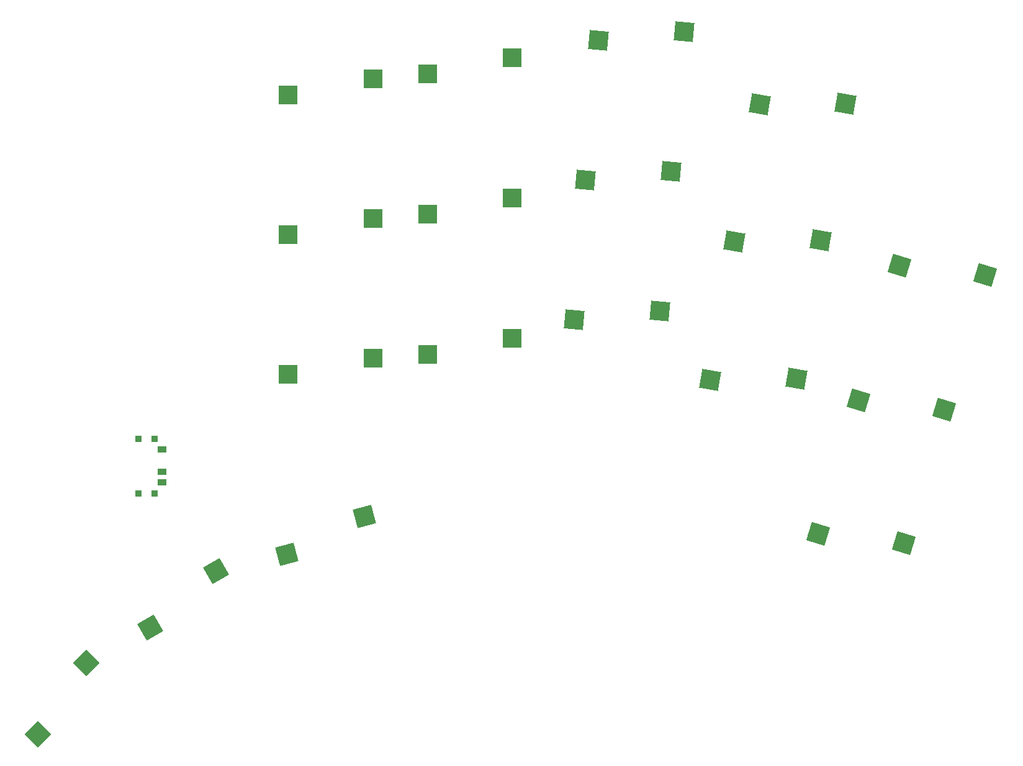
<source format=gbr>
%TF.GenerationSoftware,KiCad,Pcbnew,8.0.0*%
%TF.CreationDate,2024-06-08T15:10:29+02:00*%
%TF.ProjectId,goos-left,676f6f73-2d6c-4656-9674-2e6b69636164,rev?*%
%TF.SameCoordinates,Original*%
%TF.FileFunction,Paste,Top*%
%TF.FilePolarity,Positive*%
%FSLAX46Y46*%
G04 Gerber Fmt 4.6, Leading zero omitted, Abs format (unit mm)*
G04 Created by KiCad (PCBNEW 8.0.0) date 2024-06-08 15:10:29*
%MOMM*%
%LPD*%
G01*
G04 APERTURE LIST*
G04 Aperture macros list*
%AMRotRect*
0 Rectangle, with rotation*
0 The origin of the aperture is its center*
0 $1 length*
0 $2 width*
0 $3 Rotation angle, in degrees counterclockwise*
0 Add horizontal line*
21,1,$1,$2,0,0,$3*%
G04 Aperture macros list end*
%ADD10R,0.900000X0.900000*%
%ADD11R,1.250000X0.900000*%
%ADD12R,2.600000X2.600000*%
%ADD13RotRect,2.600000X2.600000X15.000000*%
%ADD14RotRect,2.600000X2.600000X350.000000*%
%ADD15RotRect,2.600000X2.600000X45.000000*%
%ADD16RotRect,2.600000X2.600000X343.000000*%
%ADD17RotRect,2.600000X2.600000X30.000000*%
%ADD18RotRect,2.600000X2.600000X355.000000*%
G04 APERTURE END LIST*
D10*
%TO.C,S1*%
X73290210Y-106855554D03*
X75490210Y-106855554D03*
X73290210Y-99455554D03*
X75490210Y-99455554D03*
D11*
X76465210Y-100905554D03*
X76465210Y-103905554D03*
X76465210Y-105405554D03*
%TD*%
D12*
%TO.C,S15*%
X105244710Y-69417491D03*
X93694710Y-71617491D03*
%TD*%
D13*
%TO.C,S17*%
X104123644Y-110040663D03*
X93536602Y-115155060D03*
%TD*%
D12*
%TO.C,S13*%
X124245710Y-85752804D03*
X112695710Y-87952804D03*
%TD*%
D14*
%TO.C,S5*%
X169740991Y-53684935D03*
X157984436Y-53845875D03*
%TD*%
D15*
%TO.C,S19*%
X66158699Y-130012494D03*
X59547251Y-139735212D03*
%TD*%
D14*
%TO.C,S7*%
X162988662Y-91204646D03*
X151232107Y-91365586D03*
%TD*%
D12*
%TO.C,S16*%
X105244710Y-88428304D03*
X93694710Y-90628304D03*
%TD*%
D16*
%TO.C,S2*%
X188751720Y-77083058D03*
X177063182Y-75810035D03*
%TD*%
D17*
%TO.C,S18*%
X83811882Y-117518868D03*
X74909289Y-125199124D03*
%TD*%
D16*
%TO.C,S4*%
X177656230Y-113671396D03*
X165967692Y-112398373D03*
%TD*%
D12*
%TO.C,S11*%
X124245710Y-47420554D03*
X112695710Y-49620554D03*
%TD*%
D18*
%TO.C,S9*%
X145941324Y-62923631D03*
X134243533Y-64108610D03*
%TD*%
%TO.C,S8*%
X147683609Y-43886690D03*
X135985818Y-45071669D03*
%TD*%
%TO.C,S10*%
X144391324Y-82013631D03*
X132693533Y-83198610D03*
%TD*%
D12*
%TO.C,S14*%
X105244710Y-50310554D03*
X93694710Y-52510554D03*
%TD*%
D14*
%TO.C,S6*%
X166308662Y-72384646D03*
X154552107Y-72545586D03*
%TD*%
D12*
%TO.C,S12*%
X124245710Y-66576441D03*
X112695710Y-68776441D03*
%TD*%
D16*
%TO.C,S3*%
X183206230Y-95441396D03*
X171517692Y-94168373D03*
%TD*%
M02*

</source>
